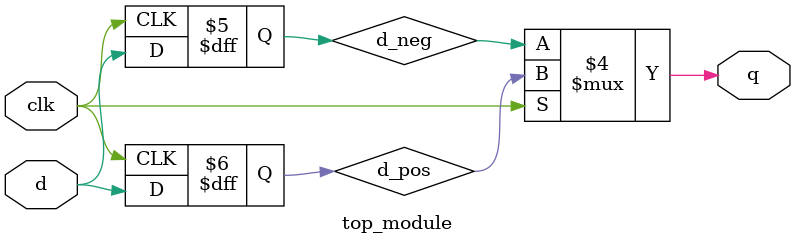
<source format=v>

module top_module (
    input clk,
    input d,
    output reg q
);
    reg d_pos, d_neg;

    always @(posedge clk)
        d_pos <= d;

    always @(negedge clk)
        d_neg <= d;

    always @(clk)
        q <= (clk) ? d_pos : d_neg;

endmodule


</source>
